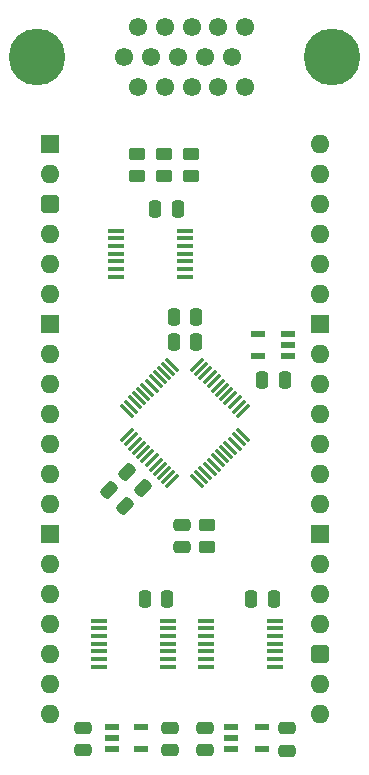
<source format=gts>
%TF.GenerationSoftware,KiCad,Pcbnew,7.0.5*%
%TF.CreationDate,2024-03-08T07:41:00+02:00*%
%TF.ProjectId,Video DAC,56696465-6f20-4444-9143-2e6b69636164,V0*%
%TF.SameCoordinates,PX6d01460PY32de760*%
%TF.FileFunction,Soldermask,Top*%
%TF.FilePolarity,Negative*%
%FSLAX46Y46*%
G04 Gerber Fmt 4.6, Leading zero omitted, Abs format (unit mm)*
G04 Created by KiCad (PCBNEW 7.0.5) date 2024-03-08 07:41:00*
%MOMM*%
%LPD*%
G01*
G04 APERTURE LIST*
G04 Aperture macros list*
%AMRoundRect*
0 Rectangle with rounded corners*
0 $1 Rounding radius*
0 $2 $3 $4 $5 $6 $7 $8 $9 X,Y pos of 4 corners*
0 Add a 4 corners polygon primitive as box body*
4,1,4,$2,$3,$4,$5,$6,$7,$8,$9,$2,$3,0*
0 Add four circle primitives for the rounded corners*
1,1,$1+$1,$2,$3*
1,1,$1+$1,$4,$5*
1,1,$1+$1,$6,$7*
1,1,$1+$1,$8,$9*
0 Add four rect primitives between the rounded corners*
20,1,$1+$1,$2,$3,$4,$5,0*
20,1,$1+$1,$4,$5,$6,$7,0*
20,1,$1+$1,$6,$7,$8,$9,0*
20,1,$1+$1,$8,$9,$2,$3,0*%
%AMRotRect*
0 Rectangle, with rotation*
0 The origin of the aperture is its center*
0 $1 length*
0 $2 width*
0 $3 Rotation angle, in degrees counterclockwise*
0 Add horizontal line*
21,1,$1,$2,0,0,$3*%
G04 Aperture macros list end*
%ADD10R,1.600000X1.600000*%
%ADD11O,1.600000X1.600000*%
%ADD12RoundRect,0.400000X-0.400000X-0.400000X0.400000X-0.400000X0.400000X0.400000X-0.400000X0.400000X0*%
%ADD13C,1.550000*%
%ADD14C,4.800000*%
%ADD15R,1.475000X0.450000*%
%ADD16R,1.200000X0.600000*%
%ADD17R,1.150000X0.600000*%
%ADD18R,1.250000X0.600000*%
%ADD19RotRect,0.279400X1.473200X315.000000*%
%ADD20RotRect,0.279400X1.473200X225.000000*%
%ADD21RoundRect,0.250000X-0.450000X0.262500X-0.450000X-0.262500X0.450000X-0.262500X0.450000X0.262500X0*%
%ADD22RoundRect,0.250000X-0.512652X-0.159099X-0.159099X-0.512652X0.512652X0.159099X0.159099X0.512652X0*%
%ADD23RoundRect,0.250000X0.250000X0.475000X-0.250000X0.475000X-0.250000X-0.475000X0.250000X-0.475000X0*%
%ADD24RoundRect,0.250000X-0.475000X0.250000X-0.475000X-0.250000X0.475000X-0.250000X0.475000X0.250000X0*%
%ADD25RoundRect,0.250000X0.475000X-0.250000X0.475000X0.250000X-0.475000X0.250000X-0.475000X-0.250000X0*%
%ADD26RoundRect,0.250000X-0.250000X-0.475000X0.250000X-0.475000X0.250000X0.475000X-0.250000X0.475000X0*%
G04 APERTURE END LIST*
D10*
%TO.C,J3*%
X0Y0D03*
D11*
X0Y-2540000D03*
D12*
X0Y-5080000D03*
D11*
X0Y-7620000D03*
X0Y-10160000D03*
X0Y-12700000D03*
D10*
X0Y-15240000D03*
D11*
X0Y-17780000D03*
X0Y-20320000D03*
X0Y-22860000D03*
X0Y-25400000D03*
X0Y-27940000D03*
X0Y-30480000D03*
D10*
X0Y-33020000D03*
D11*
X0Y-35560000D03*
X0Y-38100000D03*
X0Y-40640000D03*
X0Y-43180000D03*
X0Y-45720000D03*
X0Y-48260000D03*
X22860000Y-48260000D03*
X22860000Y-45720000D03*
D12*
X22860000Y-43180000D03*
D11*
X22860000Y-40640000D03*
X22860000Y-38100000D03*
X22860000Y-35560000D03*
D10*
X22860000Y-33020000D03*
D11*
X22860000Y-30480000D03*
X22860000Y-27940000D03*
X22860000Y-25400000D03*
X22860000Y-22860000D03*
X22860000Y-20320000D03*
X22860000Y-17780000D03*
D10*
X22860000Y-15240000D03*
D11*
X22860000Y-12700000D03*
X22860000Y-10160000D03*
X22860000Y-7620000D03*
X22860000Y-5080000D03*
X22860000Y-2540000D03*
X22860000Y0D03*
%TD*%
D13*
%TO.C,J2*%
X7440000Y4826000D03*
X9720000Y4826000D03*
X12000000Y4826000D03*
X14280000Y4826000D03*
X16560000Y4826000D03*
X6300000Y7366000D03*
X8580000Y7366000D03*
X10860000Y7366000D03*
X13140000Y7366000D03*
X15420000Y7366000D03*
X7440000Y9906000D03*
X9720000Y9906000D03*
X12000000Y9906000D03*
X14280000Y9906000D03*
X16560000Y9906000D03*
D14*
X23930000Y7366000D03*
X-1070000Y7366000D03*
%TD*%
D15*
%TO.C,IC8*%
X13191000Y-40341000D03*
X13191000Y-40991000D03*
X13191000Y-41641000D03*
X13191000Y-42291000D03*
X13191000Y-42941000D03*
X13191000Y-43591000D03*
X13191000Y-44241000D03*
X19067000Y-44241000D03*
X19067000Y-43591000D03*
X19067000Y-42941000D03*
X19067000Y-42291000D03*
X19067000Y-41641000D03*
X19067000Y-40991000D03*
X19067000Y-40341000D03*
%TD*%
D16*
%TO.C,IC6*%
X5247000Y-49342000D03*
X5247000Y-50292000D03*
X5247000Y-51242000D03*
X7747000Y-51242000D03*
X7747000Y-49342000D03*
%TD*%
D15*
%TO.C,IC5*%
X4174000Y-40341000D03*
X4174000Y-40991000D03*
X4174000Y-41641000D03*
X4174000Y-42291000D03*
X4174000Y-42941000D03*
X4174000Y-43591000D03*
X4174000Y-44241000D03*
X10050000Y-44241000D03*
X10050000Y-43591000D03*
X10050000Y-42941000D03*
X10050000Y-42291000D03*
X10050000Y-41641000D03*
X10050000Y-40991000D03*
X10050000Y-40341000D03*
%TD*%
D17*
%TO.C,IC4*%
X15337000Y-49342000D03*
X15337000Y-50292000D03*
X15337000Y-51242000D03*
X17937000Y-51242000D03*
X17937000Y-49342000D03*
%TD*%
D15*
%TO.C,IC3*%
X5571000Y-7321000D03*
X5571000Y-7971000D03*
X5571000Y-8621000D03*
X5571000Y-9271000D03*
X5571000Y-9921000D03*
X5571000Y-10571000D03*
X5571000Y-11221000D03*
X11447000Y-11221000D03*
X11447000Y-10571000D03*
X11447000Y-9921000D03*
X11447000Y-9271000D03*
X11447000Y-8621000D03*
X11447000Y-7971000D03*
X11447000Y-7321000D03*
%TD*%
D18*
%TO.C,IC2*%
X20128000Y-17968000D03*
X20128000Y-17018000D03*
X20128000Y-16068000D03*
X17628000Y-16068000D03*
X17628000Y-17968000D03*
%TD*%
D19*
%TO.C,IC1*%
X16351180Y-22554890D03*
X16009931Y-22213641D03*
X15650720Y-21854430D03*
X15291510Y-21495220D03*
X14950260Y-21153970D03*
X14591050Y-20794760D03*
X14231840Y-20435550D03*
X13872630Y-20076340D03*
X13531380Y-19735090D03*
X13172170Y-19375880D03*
X12812959Y-19016669D03*
X12471710Y-18675420D03*
D20*
X10388290Y-18675420D03*
X10047041Y-19016669D03*
X9687830Y-19375880D03*
X9328620Y-19735090D03*
X8987370Y-20076340D03*
X8628160Y-20435550D03*
X8268950Y-20794760D03*
X7909740Y-21153970D03*
X7568490Y-21495220D03*
X7209280Y-21854430D03*
X6850069Y-22213641D03*
X6508820Y-22554890D03*
D19*
X6508820Y-24638310D03*
X6850069Y-24979559D03*
X7209280Y-25338770D03*
X7568490Y-25697980D03*
X7909740Y-26039230D03*
X8268950Y-26398440D03*
X8628160Y-26757650D03*
X8987370Y-27116860D03*
X9328620Y-27458110D03*
X9687830Y-27817320D03*
X10047041Y-28176531D03*
X10388290Y-28517780D03*
D20*
X12471710Y-28517780D03*
X12812959Y-28176531D03*
X13172170Y-27817320D03*
X13531380Y-27458110D03*
X13872630Y-27116860D03*
X14231840Y-26757650D03*
X14591050Y-26398440D03*
X14950260Y-26039230D03*
X15291510Y-25697980D03*
X15650720Y-25338770D03*
X16009931Y-24979559D03*
X16351180Y-24638310D03*
%TD*%
D21*
%TO.C,R1*%
X7376000Y-865500D03*
X7376000Y-2690500D03*
%TD*%
D22*
%TO.C,C2*%
X5054562Y-29311562D03*
X6398065Y-30655065D03*
%TD*%
D23*
%TO.C,C7*%
X18968000Y-38481000D03*
X17068000Y-38481000D03*
%TD*%
D21*
%TO.C,R3*%
X11948000Y-865500D03*
X11948000Y-2690500D03*
%TD*%
D24*
%TO.C,C1*%
X11176000Y-32213000D03*
X11176000Y-34113000D03*
%TD*%
D25*
%TO.C,C8*%
X2794000Y-51287000D03*
X2794000Y-49387000D03*
%TD*%
D26*
%TO.C,C13*%
X17989000Y-19939000D03*
X19889000Y-19939000D03*
%TD*%
D21*
%TO.C,R2*%
X9662000Y-865500D03*
X9662000Y-2690500D03*
%TD*%
D26*
%TO.C,C6*%
X10496000Y-14605000D03*
X12396000Y-14605000D03*
%TD*%
D22*
%TO.C,C3*%
X6578562Y-27787562D03*
X7922065Y-29131065D03*
%TD*%
D26*
%TO.C,C5*%
X10496000Y-16764000D03*
X12396000Y-16764000D03*
%TD*%
D21*
%TO.C,R4*%
X13345000Y-32234500D03*
X13345000Y-34059500D03*
%TD*%
D24*
%TO.C,C10*%
X20115000Y-49441000D03*
X20115000Y-51341000D03*
%TD*%
D23*
%TO.C,C4*%
X10840000Y-5461000D03*
X8940000Y-5461000D03*
%TD*%
%TO.C,C12*%
X9951000Y-38481000D03*
X8051000Y-38481000D03*
%TD*%
D24*
%TO.C,C11*%
X10160000Y-49419000D03*
X10160000Y-51319000D03*
%TD*%
D25*
%TO.C,C9*%
X13130000Y-51309000D03*
X13130000Y-49409000D03*
%TD*%
M02*

</source>
